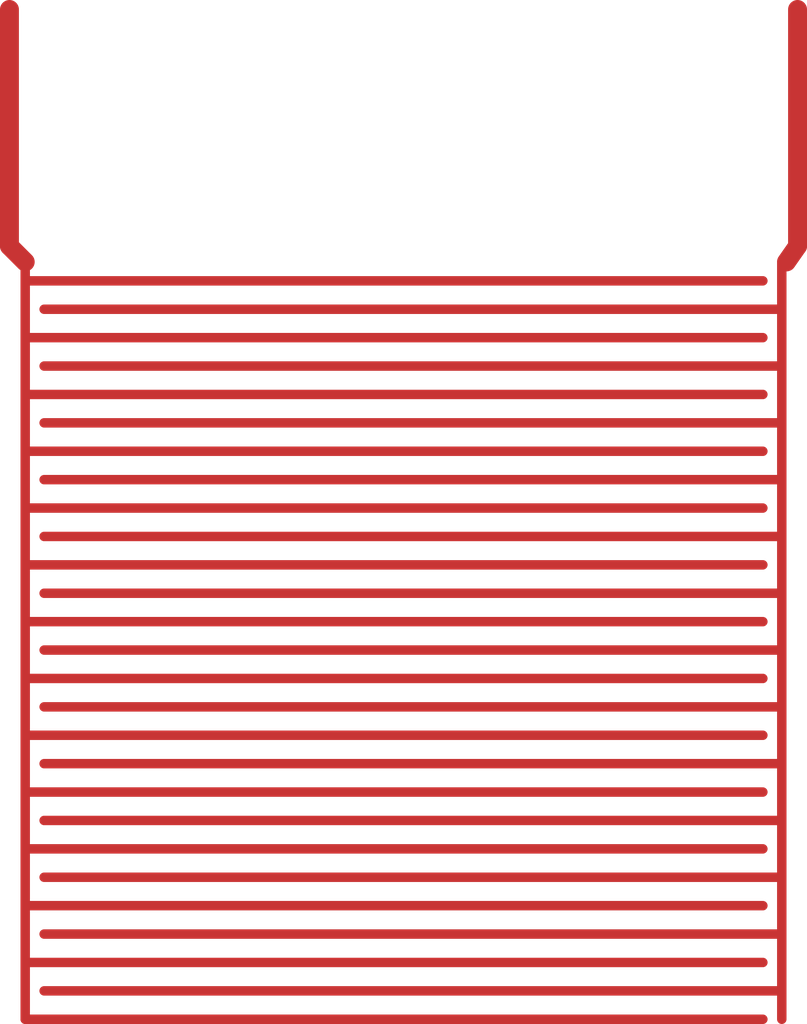
<source format=kicad_pcb>
(kicad_pcb (version 4) (host Gerbview "4.0.1-stable")

  (layers 
    (0 F.Cu signal)
    (31 B.Cu signal)
    (32 B.Adhes user)
    (33 F.Adhes user)
    (34 B.Paste user)
    (35 F.Paste user)
    (36 B.SilkS user)
    (37 F.SilkS user)
    (38 B.Mask user)
    (39 F.Mask user)
    (40 Dwgs.User user)
    (41 Cmts.User user)
    (42 Eco1.User user)
    (43 Eco2.User user)
    (44 Edge.Cuts user)
    (45 Margin user)
    (46 B.CrtYd user)
    (47 F.CrtYd user)
    (48 B.Fab user)
    (49 F.Fab user)
  )

(segment (start 75.946 -70.104) (end 75.946 -82.29600000000001) (width 0.1524) (layer F.Cu) (net 0))
(segment (start 63.754 -82.29600000000001) (end 63.754 -70.104) (width 0.1524) (layer F.Cu) (net 0))
(segment (start 63.754 -70.104) (end 75.6412 -70.104) (width 0.1524) (layer F.Cu) (net 0))
(segment (start 75.946 -70.5612) (end 64.05880000000001 -70.5612) (width 0.1524) (layer F.Cu) (net 0))
(segment (start 63.754 -71.0184) (end 75.6412 -71.0184) (width 0.1524) (layer F.Cu) (net 0))
(segment (start 75.946 -71.4756) (end 64.05880000000001 -71.4756) (width 0.1524) (layer F.Cu) (net 0))
(segment (start 63.754 -71.9328) (end 75.6412 -71.9328) (width 0.1524) (layer F.Cu) (net 0))
(segment (start 75.946 -72.39) (end 64.05880000000001 -72.39) (width 0.1524) (layer F.Cu) (net 0))
(segment (start 63.754 -72.8472) (end 75.6412 -72.8472) (width 0.1524) (layer F.Cu) (net 0))
(segment (start 75.946 -73.3044) (end 64.05880000000001 -73.3044) (width 0.1524) (layer F.Cu) (net 0))
(segment (start 63.754 -73.7616) (end 75.6412 -73.7616) (width 0.1524) (layer F.Cu) (net 0))
(segment (start 75.946 -74.2188) (end 64.05880000000001 -74.2188) (width 0.1524) (layer F.Cu) (net 0))
(segment (start 63.754 -74.676) (end 75.6412 -74.676) (width 0.1524) (layer F.Cu) (net 0))
(segment (start 75.946 -75.1332) (end 64.05880000000001 -75.1332) (width 0.1524) (layer F.Cu) (net 0))
(segment (start 63.754 -75.5904) (end 75.6412 -75.5904) (width 0.1524) (layer F.Cu) (net 0))
(segment (start 75.946 -76.0476) (end 64.05880000000001 -76.0476) (width 0.1524) (layer F.Cu) (net 0))
(segment (start 63.754 -76.5048) (end 75.6412 -76.5048) (width 0.1524) (layer F.Cu) (net 0))
(segment (start 75.946 -76.962) (end 64.05880000000001 -76.962) (width 0.1524) (layer F.Cu) (net 0))
(segment (start 63.754 -77.4192) (end 75.6412 -77.4192) (width 0.1524) (layer F.Cu) (net 0))
(segment (start 75.946 -77.8764) (end 64.05880000000001 -77.8764) (width 0.1524) (layer F.Cu) (net 0))
(segment (start 63.754 -78.3336) (end 75.6412 -78.3336) (width 0.1524) (layer F.Cu) (net 0))
(segment (start 75.946 -78.7908) (end 64.05880000000001 -78.7908) (width 0.1524) (layer F.Cu) (net 0))
(segment (start 63.754 -79.248) (end 75.6412 -79.248) (width 0.1524) (layer F.Cu) (net 0))
(segment (start 75.946 -79.7052) (end 64.05880000000001 -79.7052) (width 0.1524) (layer F.Cu) (net 0))
(segment (start 63.754 -80.16240000000001) (end 75.6412 -80.16240000000001) (width 0.1524) (layer F.Cu) (net 0))
(segment (start 75.946 -80.61960000000001) (end 64.05880000000001 -80.61960000000001) (width 0.1524) (layer F.Cu) (net 0))
(segment (start 63.754 -81.07680000000001) (end 75.6412 -81.07680000000001) (width 0.1524) (layer F.Cu) (net 0))
(segment (start 75.946 -81.53400000000001) (end 64.05880000000001 -81.53400000000001) (width 0.1524) (layer F.Cu) (net 0))
(segment (start 63.754 -81.99120000000001) (end 75.6412 -81.99120000000001) (width 0.1524) (layer F.Cu) (net 0))
(segment (start 63.5 -86.36) (end 63.5 -82.55) (width 0.3048) (layer F.Cu) (net 0))
(segment (start 76.2 -86.36) (end 76.2 -82.55) (width 0.3048) (layer F.Cu) (net 0))
(segment (start 76.2 -82.55) (end 76.0222 -82.29600000000001) (width 0.3048) (layer F.Cu) (net 0))
(segment (start 63.5 -82.55) (end 63.754 -82.29600000000001) (width 0.3048) (layer F.Cu) (net 0))
)

</source>
